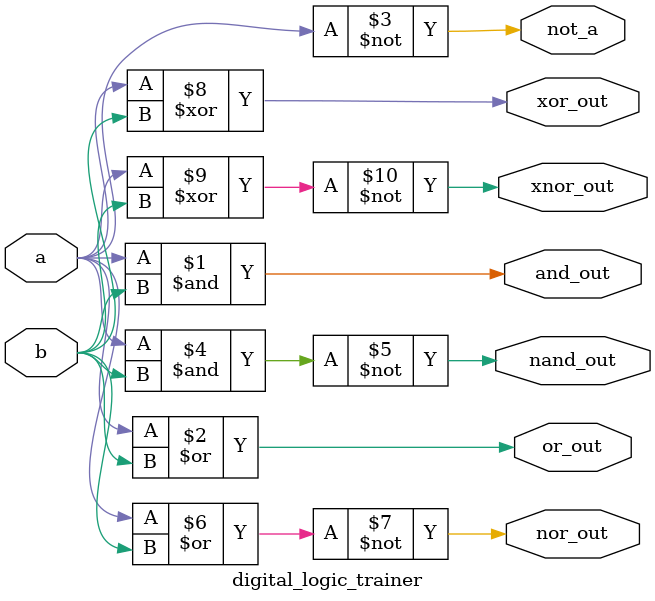
<source format=v>
/*
 * Copyright (c) 2024 Your Name
 * SPDX-License-Identifier: Apache-2.0
 */

`default_nettype none

// Digital Logic Trainer Kit - Core Logic Implementation
module digital_logic_trainer (
    input wire a,        // Input switch A
    input wire b,        // Input switch B
    output wire and_out,
    output wire or_out,
    output wire not_a,
    output wire nand_out,
    output wire nor_out,
    output wire xor_out,
    output wire xnor_out
);

// Basic logic gate implementations
assign and_out  = a & b;
assign or_out   = a | b;
assign not_a    = ~a;
assign nand_out = ~(a & b);
assign nor_out  = ~(a | b);
assign xor_out  = a ^ b;
assign xnor_out = ~(a ^ b);

endmodule

</source>
